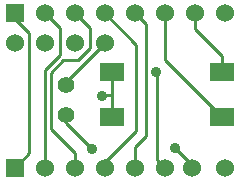
<source format=gtl>
G04 (created by PCBNEW (2013-07-07 BZR 4022)-stable) date 15/01/2015 16:28:21*
%MOIN*%
G04 Gerber Fmt 3.4, Leading zero omitted, Abs format*
%FSLAX34Y34*%
G01*
G70*
G90*
G04 APERTURE LIST*
%ADD10C,0.00590551*%
%ADD11R,0.06X0.06*%
%ADD12C,0.06*%
%ADD13C,0.055*%
%ADD14R,0.0830709X0.0629921*%
%ADD15C,0.035*%
%ADD16C,0.01*%
G04 APERTURE END LIST*
G54D10*
G54D11*
X71850Y-46550D03*
G54D12*
X72850Y-46550D03*
X73850Y-46550D03*
X74850Y-46550D03*
X75850Y-46550D03*
X76850Y-46550D03*
X77750Y-46550D03*
X78850Y-46550D03*
G54D13*
X73550Y-43800D03*
X73550Y-44800D03*
G54D11*
X71850Y-41400D03*
G54D12*
X77850Y-41400D03*
X72850Y-41400D03*
X78850Y-41400D03*
X73850Y-41400D03*
X74850Y-41400D03*
X75850Y-41400D03*
X76850Y-41400D03*
X74850Y-42400D03*
X73850Y-42400D03*
X72850Y-42400D03*
X71850Y-42400D03*
G54D14*
X78745Y-44850D03*
X75103Y-44850D03*
X78745Y-43375D03*
X75103Y-43375D03*
G54D15*
X74750Y-44150D03*
X77200Y-45900D03*
X74425Y-45925D03*
X76575Y-43350D03*
G54D16*
X75103Y-44125D02*
X74775Y-44125D01*
X74775Y-44125D02*
X74750Y-44150D01*
X75103Y-43375D02*
X75103Y-44125D01*
X75103Y-44125D02*
X75103Y-44850D01*
X78745Y-43375D02*
X78745Y-42820D01*
X77850Y-41925D02*
X77850Y-41400D01*
X78745Y-42820D02*
X77850Y-41925D01*
X72850Y-46550D02*
X72850Y-43750D01*
X73350Y-41900D02*
X72850Y-41400D01*
X73350Y-42800D02*
X73350Y-41900D01*
X72850Y-43300D02*
X73350Y-42800D01*
X72850Y-43750D02*
X72850Y-43300D01*
X71850Y-41400D02*
X71850Y-41600D01*
X72325Y-46075D02*
X71850Y-46550D01*
X72325Y-42075D02*
X72325Y-46075D01*
X71850Y-41600D02*
X72325Y-42075D01*
X74850Y-46550D02*
X74850Y-46375D01*
X75900Y-42450D02*
X74850Y-41400D01*
X75900Y-45325D02*
X75900Y-42450D01*
X74850Y-46375D02*
X75900Y-45325D01*
X75850Y-46550D02*
X75850Y-45875D01*
X76225Y-41775D02*
X75850Y-41400D01*
X76225Y-45500D02*
X76225Y-41775D01*
X75850Y-45875D02*
X76225Y-45500D01*
X73550Y-43800D02*
X73550Y-43700D01*
X73550Y-43700D02*
X74850Y-42400D01*
X73550Y-44800D02*
X73550Y-45050D01*
X77750Y-46450D02*
X77750Y-46550D01*
X77200Y-45900D02*
X77750Y-46450D01*
X73550Y-45050D02*
X74425Y-45925D01*
X76600Y-46300D02*
X76850Y-46550D01*
X76600Y-43375D02*
X76600Y-46300D01*
X76575Y-43350D02*
X76600Y-43375D01*
X76850Y-41400D02*
X76850Y-42954D01*
X76850Y-42954D02*
X78745Y-44850D01*
X73850Y-46550D02*
X73850Y-46049D01*
X74350Y-41900D02*
X73850Y-41400D01*
X74350Y-42575D02*
X74350Y-41900D01*
X73950Y-42975D02*
X74350Y-42575D01*
X73457Y-42975D02*
X73950Y-42975D01*
X73050Y-43382D02*
X73457Y-42975D01*
X73050Y-45250D02*
X73050Y-43382D01*
X73850Y-46049D02*
X73050Y-45250D01*
M02*

</source>
